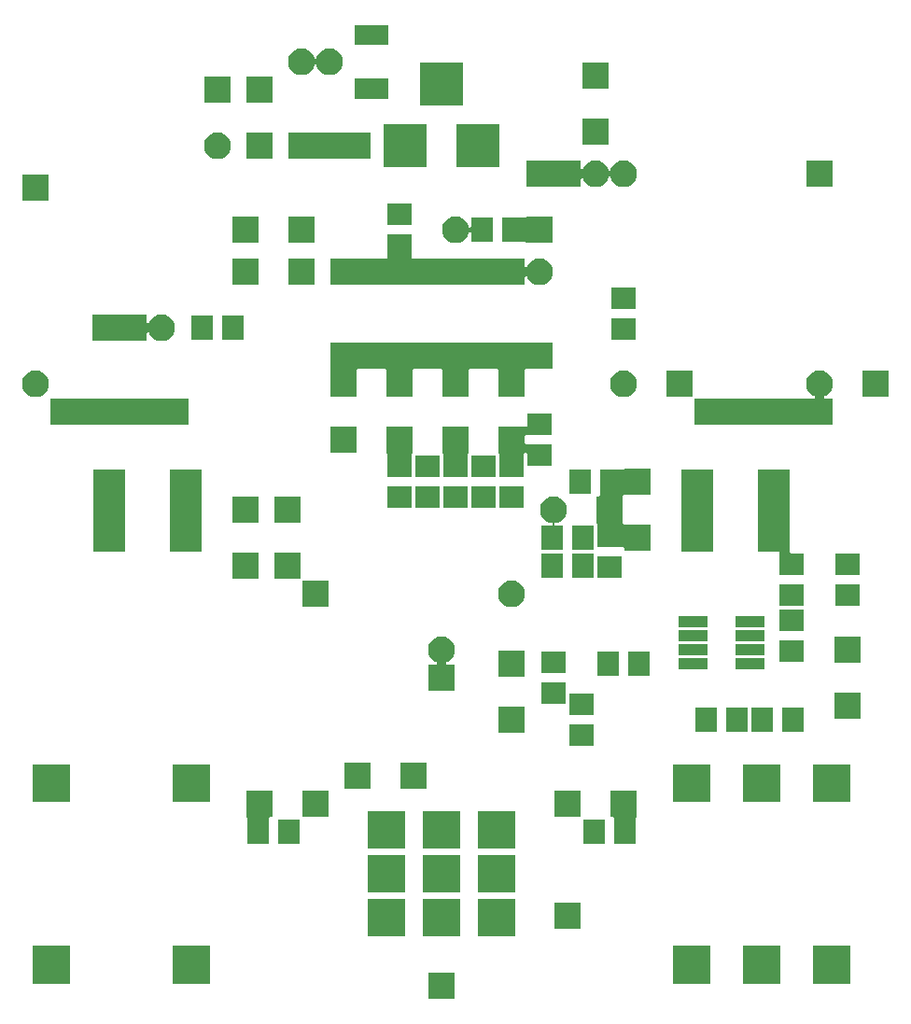
<source format=gbr>
G04 #@! TF.GenerationSoftware,KiCad,Pcbnew,5.1.6-c6e7f7d~87~ubuntu19.10.1*
G04 #@! TF.CreationDate,2021-07-29T05:59:27+06:00*
G04 #@! TF.ProjectId,little_angel_chorus_r1a,6c697474-6c65-45f6-916e-67656c5f6368,1A*
G04 #@! TF.SameCoordinates,Original*
G04 #@! TF.FileFunction,Soldermask,Bot*
G04 #@! TF.FilePolarity,Negative*
%FSLAX46Y46*%
G04 Gerber Fmt 4.6, Leading zero omitted, Abs format (unit mm)*
G04 Created by KiCad (PCBNEW 5.1.6-c6e7f7d~87~ubuntu19.10.1) date 2021-07-29 05:59:27*
%MOMM*%
%LPD*%
G01*
G04 APERTURE LIST*
%ADD10C,0.100000*%
G04 APERTURE END LIST*
D10*
G36*
X106610000Y-184080000D02*
G01*
X104210000Y-184080000D01*
X104210000Y-181680000D01*
X106610000Y-181680000D01*
X106610000Y-184080000D01*
G37*
G36*
X142480000Y-182670000D02*
G01*
X139080000Y-182670000D01*
X139080000Y-179270000D01*
X142480000Y-179270000D01*
X142480000Y-182670000D01*
G37*
G36*
X129780000Y-182670000D02*
G01*
X126380000Y-182670000D01*
X126380000Y-179270000D01*
X129780000Y-179270000D01*
X129780000Y-182670000D01*
G37*
G36*
X136130000Y-182670000D02*
G01*
X132730000Y-182670000D01*
X132730000Y-179270000D01*
X136130000Y-179270000D01*
X136130000Y-182670000D01*
G37*
G36*
X71740000Y-182670000D02*
G01*
X68340000Y-182670000D01*
X68340000Y-179270000D01*
X71740000Y-179270000D01*
X71740000Y-182670000D01*
G37*
G36*
X84440000Y-182670000D02*
G01*
X81040000Y-182670000D01*
X81040000Y-179270000D01*
X84440000Y-179270000D01*
X84440000Y-182670000D01*
G37*
G36*
X112110000Y-178420000D02*
G01*
X108710000Y-178420000D01*
X108710000Y-175020000D01*
X112110000Y-175020000D01*
X112110000Y-178420000D01*
G37*
G36*
X102110000Y-178420000D02*
G01*
X98710000Y-178420000D01*
X98710000Y-175020000D01*
X102110000Y-175020000D01*
X102110000Y-178420000D01*
G37*
G36*
X107110000Y-178420000D02*
G01*
X103710000Y-178420000D01*
X103710000Y-175020000D01*
X107110000Y-175020000D01*
X107110000Y-178420000D01*
G37*
G36*
X118040000Y-177730000D02*
G01*
X115640000Y-177730000D01*
X115640000Y-175330000D01*
X118040000Y-175330000D01*
X118040000Y-177730000D01*
G37*
G36*
X102110000Y-174420000D02*
G01*
X98710000Y-174420000D01*
X98710000Y-171020000D01*
X102110000Y-171020000D01*
X102110000Y-174420000D01*
G37*
G36*
X107110000Y-174420000D02*
G01*
X103710000Y-174420000D01*
X103710000Y-171020000D01*
X107110000Y-171020000D01*
X107110000Y-174420000D01*
G37*
G36*
X112110000Y-174420000D02*
G01*
X108710000Y-174420000D01*
X108710000Y-171020000D01*
X112110000Y-171020000D01*
X112110000Y-174420000D01*
G37*
G36*
X112110000Y-170420000D02*
G01*
X108710000Y-170420000D01*
X108710000Y-167020000D01*
X112110000Y-167020000D01*
X112110000Y-170420000D01*
G37*
G36*
X107110000Y-170420000D02*
G01*
X103710000Y-170420000D01*
X103710000Y-167020000D01*
X107110000Y-167020000D01*
X107110000Y-170420000D01*
G37*
G36*
X102110000Y-170420000D02*
G01*
X98710000Y-170420000D01*
X98710000Y-167020000D01*
X102110000Y-167020000D01*
X102110000Y-170420000D01*
G37*
G36*
X123120000Y-167583344D02*
G01*
X123105553Y-167591066D01*
X123086611Y-167606611D01*
X123071066Y-167625553D01*
X123059515Y-167647164D01*
X123052402Y-167670613D01*
X123050000Y-167694999D01*
X123050000Y-170010000D01*
X121050000Y-170010000D01*
X121050000Y-167694999D01*
X121047598Y-167670613D01*
X121040485Y-167647164D01*
X121028934Y-167625553D01*
X121013389Y-167606611D01*
X120994447Y-167591066D01*
X120972836Y-167579515D01*
X120949387Y-167572402D01*
X120925001Y-167570000D01*
X120720000Y-167570000D01*
X120720000Y-165170000D01*
X123120000Y-165170000D01*
X123120000Y-167583344D01*
G37*
G36*
X120250000Y-170010000D02*
G01*
X118250000Y-170010000D01*
X118250000Y-167810000D01*
X120250000Y-167810000D01*
X120250000Y-170010000D01*
G37*
G36*
X90100000Y-167570000D02*
G01*
X89894999Y-167570000D01*
X89870613Y-167572402D01*
X89847164Y-167579515D01*
X89825553Y-167591066D01*
X89806611Y-167606611D01*
X89791066Y-167625553D01*
X89779515Y-167647164D01*
X89772402Y-167670613D01*
X89770000Y-167694999D01*
X89770000Y-170010000D01*
X87770000Y-170010000D01*
X87770000Y-167694999D01*
X87767598Y-167670613D01*
X87760485Y-167647164D01*
X87748934Y-167625553D01*
X87733389Y-167606611D01*
X87714447Y-167591066D01*
X87700000Y-167583344D01*
X87700000Y-165170000D01*
X90100000Y-165170000D01*
X90100000Y-167570000D01*
G37*
G36*
X92570000Y-170010000D02*
G01*
X90570000Y-170010000D01*
X90570000Y-167810000D01*
X92570000Y-167810000D01*
X92570000Y-170010000D01*
G37*
G36*
X118040000Y-167570000D02*
G01*
X115640000Y-167570000D01*
X115640000Y-165170000D01*
X118040000Y-165170000D01*
X118040000Y-167570000D01*
G37*
G36*
X95180000Y-167570000D02*
G01*
X92780000Y-167570000D01*
X92780000Y-165170000D01*
X95180000Y-165170000D01*
X95180000Y-167570000D01*
G37*
G36*
X84440000Y-166170000D02*
G01*
X81040000Y-166170000D01*
X81040000Y-162770000D01*
X84440000Y-162770000D01*
X84440000Y-166170000D01*
G37*
G36*
X142480000Y-166170000D02*
G01*
X139080000Y-166170000D01*
X139080000Y-162770000D01*
X142480000Y-162770000D01*
X142480000Y-166170000D01*
G37*
G36*
X71740000Y-166170000D02*
G01*
X68340000Y-166170000D01*
X68340000Y-162770000D01*
X71740000Y-162770000D01*
X71740000Y-166170000D01*
G37*
G36*
X136130000Y-166170000D02*
G01*
X132730000Y-166170000D01*
X132730000Y-162770000D01*
X136130000Y-162770000D01*
X136130000Y-166170000D01*
G37*
G36*
X129780000Y-166170000D02*
G01*
X126380000Y-166170000D01*
X126380000Y-162770000D01*
X129780000Y-162770000D01*
X129780000Y-166170000D01*
G37*
G36*
X104070000Y-165030000D02*
G01*
X101670000Y-165030000D01*
X101670000Y-162630000D01*
X104070000Y-162630000D01*
X104070000Y-165030000D01*
G37*
G36*
X98990000Y-165030000D02*
G01*
X96590000Y-165030000D01*
X96590000Y-162630000D01*
X98990000Y-162630000D01*
X98990000Y-165030000D01*
G37*
G36*
X119210000Y-161150000D02*
G01*
X117010000Y-161150000D01*
X117010000Y-159150000D01*
X119210000Y-159150000D01*
X119210000Y-161150000D01*
G37*
G36*
X112960000Y-159950000D02*
G01*
X110560000Y-159950000D01*
X110560000Y-157550000D01*
X112960000Y-157550000D01*
X112960000Y-159950000D01*
G37*
G36*
X138290000Y-159850000D02*
G01*
X136290000Y-159850000D01*
X136290000Y-157650000D01*
X138290000Y-157650000D01*
X138290000Y-159850000D01*
G37*
G36*
X130410000Y-159850000D02*
G01*
X128410000Y-159850000D01*
X128410000Y-157650000D01*
X130410000Y-157650000D01*
X130410000Y-159850000D01*
G37*
G36*
X133210000Y-159850000D02*
G01*
X131210000Y-159850000D01*
X131210000Y-157650000D01*
X133210000Y-157650000D01*
X133210000Y-159850000D01*
G37*
G36*
X135490000Y-159850000D02*
G01*
X133490000Y-159850000D01*
X133490000Y-157650000D01*
X135490000Y-157650000D01*
X135490000Y-159850000D01*
G37*
G36*
X143440000Y-158680000D02*
G01*
X141040000Y-158680000D01*
X141040000Y-156280000D01*
X143440000Y-156280000D01*
X143440000Y-158680000D01*
G37*
G36*
X119210000Y-158350000D02*
G01*
X117010000Y-158350000D01*
X117010000Y-156350000D01*
X119210000Y-156350000D01*
X119210000Y-158350000D01*
G37*
G36*
X116670000Y-157340000D02*
G01*
X114470000Y-157340000D01*
X114470000Y-155340000D01*
X116670000Y-155340000D01*
X116670000Y-157340000D01*
G37*
G36*
X105760026Y-151246115D02*
G01*
X105978411Y-151336573D01*
X105978413Y-151336574D01*
X106174955Y-151467899D01*
X106342101Y-151635045D01*
X106473427Y-151831589D01*
X106563885Y-152049974D01*
X106610000Y-152281809D01*
X106610000Y-152518191D01*
X106563885Y-152750026D01*
X106473427Y-152968411D01*
X106342101Y-153164955D01*
X106174955Y-153332101D01*
X105978412Y-153463427D01*
X105891282Y-153499517D01*
X105869671Y-153511068D01*
X105850729Y-153526613D01*
X105835184Y-153545555D01*
X105823633Y-153567166D01*
X105816520Y-153590615D01*
X105814118Y-153615001D01*
X105816520Y-153639387D01*
X105823633Y-153662836D01*
X105835184Y-153684447D01*
X105850729Y-153703389D01*
X105869671Y-153718934D01*
X105891282Y-153730485D01*
X105914731Y-153737598D01*
X105939117Y-153740000D01*
X106610000Y-153740000D01*
X106610000Y-156140000D01*
X104210000Y-156140000D01*
X104210000Y-153740000D01*
X104880883Y-153740000D01*
X104905269Y-153737598D01*
X104928718Y-153730485D01*
X104950329Y-153718934D01*
X104969271Y-153703389D01*
X104984816Y-153684447D01*
X104996367Y-153662836D01*
X105003480Y-153639387D01*
X105005882Y-153615001D01*
X105003480Y-153590615D01*
X104996367Y-153567166D01*
X104984816Y-153545555D01*
X104969271Y-153526613D01*
X104950329Y-153511068D01*
X104928718Y-153499517D01*
X104841588Y-153463427D01*
X104645045Y-153332101D01*
X104477899Y-153164955D01*
X104346573Y-152968411D01*
X104256115Y-152750026D01*
X104210000Y-152518191D01*
X104210000Y-152281809D01*
X104256115Y-152049974D01*
X104346573Y-151831589D01*
X104477899Y-151635045D01*
X104645045Y-151467899D01*
X104841587Y-151336574D01*
X104841589Y-151336573D01*
X105059974Y-151246115D01*
X105291809Y-151200000D01*
X105528191Y-151200000D01*
X105760026Y-151246115D01*
G37*
G36*
X112960000Y-154870000D02*
G01*
X110560000Y-154870000D01*
X110560000Y-152470000D01*
X112960000Y-152470000D01*
X112960000Y-154870000D01*
G37*
G36*
X124320000Y-154770000D02*
G01*
X122320000Y-154770000D01*
X122320000Y-152570000D01*
X124320000Y-152570000D01*
X124320000Y-154770000D01*
G37*
G36*
X121520000Y-154770000D02*
G01*
X119520000Y-154770000D01*
X119520000Y-152570000D01*
X121520000Y-152570000D01*
X121520000Y-154770000D01*
G37*
G36*
X116670000Y-154540000D02*
G01*
X114470000Y-154540000D01*
X114470000Y-152540000D01*
X116670000Y-152540000D01*
X116670000Y-154540000D01*
G37*
G36*
X129510000Y-154170000D02*
G01*
X126910000Y-154170000D01*
X126910000Y-153170000D01*
X129510000Y-153170000D01*
X129510000Y-154170000D01*
G37*
G36*
X134710000Y-154170000D02*
G01*
X132110000Y-154170000D01*
X132110000Y-153170000D01*
X134710000Y-153170000D01*
X134710000Y-154170000D01*
G37*
G36*
X143440000Y-153600000D02*
G01*
X141040000Y-153600000D01*
X141040000Y-151200000D01*
X143440000Y-151200000D01*
X143440000Y-153600000D01*
G37*
G36*
X138260000Y-153530000D02*
G01*
X136060000Y-153530000D01*
X136060000Y-151530000D01*
X138260000Y-151530000D01*
X138260000Y-153530000D01*
G37*
G36*
X134710000Y-152900000D02*
G01*
X132110000Y-152900000D01*
X132110000Y-151900000D01*
X134710000Y-151900000D01*
X134710000Y-152900000D01*
G37*
G36*
X129510000Y-152900000D02*
G01*
X126910000Y-152900000D01*
X126910000Y-151900000D01*
X129510000Y-151900000D01*
X129510000Y-152900000D01*
G37*
G36*
X134710000Y-151630000D02*
G01*
X132110000Y-151630000D01*
X132110000Y-150630000D01*
X134710000Y-150630000D01*
X134710000Y-151630000D01*
G37*
G36*
X129510000Y-151630000D02*
G01*
X126910000Y-151630000D01*
X126910000Y-150630000D01*
X129510000Y-150630000D01*
X129510000Y-151630000D01*
G37*
G36*
X138260000Y-150730000D02*
G01*
X136060000Y-150730000D01*
X136060000Y-148730000D01*
X138260000Y-148730000D01*
X138260000Y-150730000D01*
G37*
G36*
X129510000Y-150360000D02*
G01*
X126910000Y-150360000D01*
X126910000Y-149360000D01*
X129510000Y-149360000D01*
X129510000Y-150360000D01*
G37*
G36*
X134710000Y-150360000D02*
G01*
X132110000Y-150360000D01*
X132110000Y-149360000D01*
X134710000Y-149360000D01*
X134710000Y-150360000D01*
G37*
G36*
X95180000Y-148520000D02*
G01*
X92780000Y-148520000D01*
X92780000Y-146120000D01*
X95180000Y-146120000D01*
X95180000Y-148520000D01*
G37*
G36*
X112110026Y-146166115D02*
G01*
X112328411Y-146256573D01*
X112328413Y-146256574D01*
X112524955Y-146387899D01*
X112692101Y-146555045D01*
X112823427Y-146751589D01*
X112913885Y-146969974D01*
X112960000Y-147201809D01*
X112960000Y-147438191D01*
X112913885Y-147670026D01*
X112823427Y-147888411D01*
X112823426Y-147888413D01*
X112692101Y-148084955D01*
X112524955Y-148252101D01*
X112328413Y-148383426D01*
X112328412Y-148383427D01*
X112328411Y-148383427D01*
X112110026Y-148473885D01*
X111878191Y-148520000D01*
X111641809Y-148520000D01*
X111409974Y-148473885D01*
X111191589Y-148383427D01*
X111191588Y-148383427D01*
X111191587Y-148383426D01*
X110995045Y-148252101D01*
X110827899Y-148084955D01*
X110696574Y-147888413D01*
X110696573Y-147888411D01*
X110606115Y-147670026D01*
X110560000Y-147438191D01*
X110560000Y-147201809D01*
X110606115Y-146969974D01*
X110696573Y-146751589D01*
X110827899Y-146555045D01*
X110995045Y-146387899D01*
X111191587Y-146256574D01*
X111191589Y-146256573D01*
X111409974Y-146166115D01*
X111641809Y-146120000D01*
X111878191Y-146120000D01*
X112110026Y-146166115D01*
G37*
G36*
X143340000Y-148450000D02*
G01*
X141140000Y-148450000D01*
X141140000Y-146450000D01*
X143340000Y-146450000D01*
X143340000Y-148450000D01*
G37*
G36*
X138260000Y-148450000D02*
G01*
X136060000Y-148450000D01*
X136060000Y-146450000D01*
X138260000Y-146450000D01*
X138260000Y-148450000D01*
G37*
G36*
X88830000Y-145980000D02*
G01*
X86430000Y-145980000D01*
X86430000Y-143580000D01*
X88830000Y-143580000D01*
X88830000Y-145980000D01*
G37*
G36*
X92640000Y-145980000D02*
G01*
X90240000Y-145980000D01*
X90240000Y-143580000D01*
X92640000Y-143580000D01*
X92640000Y-145980000D01*
G37*
G36*
X121750000Y-145910000D02*
G01*
X119550000Y-145910000D01*
X119550000Y-143910000D01*
X121750000Y-143910000D01*
X121750000Y-145910000D01*
G37*
G36*
X119240000Y-145880000D02*
G01*
X117240000Y-145880000D01*
X117240000Y-143680000D01*
X119240000Y-143680000D01*
X119240000Y-145880000D01*
G37*
G36*
X116440000Y-145880000D02*
G01*
X114440000Y-145880000D01*
X114440000Y-143680000D01*
X116440000Y-143680000D01*
X116440000Y-145880000D01*
G37*
G36*
X143340000Y-145650000D02*
G01*
X141140000Y-145650000D01*
X141140000Y-143650000D01*
X143340000Y-143650000D01*
X143340000Y-145650000D01*
G37*
G36*
X137030000Y-143525001D02*
G01*
X137032402Y-143549387D01*
X137039515Y-143572836D01*
X137051066Y-143594447D01*
X137066611Y-143613389D01*
X137085553Y-143628934D01*
X137107164Y-143640485D01*
X137130613Y-143647598D01*
X137154999Y-143650000D01*
X138260000Y-143650000D01*
X138260000Y-145650000D01*
X136060000Y-145650000D01*
X136060000Y-143614999D01*
X136057598Y-143590613D01*
X136050485Y-143567164D01*
X136038934Y-143545553D01*
X136023389Y-143526611D01*
X136004447Y-143511066D01*
X135982836Y-143499515D01*
X135959387Y-143492402D01*
X135935001Y-143490000D01*
X134130000Y-143490000D01*
X134130000Y-136090000D01*
X137030000Y-136090000D01*
X137030000Y-143525001D01*
G37*
G36*
X130030000Y-143490000D02*
G01*
X127130000Y-143490000D01*
X127130000Y-136090000D01*
X130030000Y-136090000D01*
X130030000Y-143490000D01*
G37*
G36*
X83690000Y-143490000D02*
G01*
X80790000Y-143490000D01*
X80790000Y-136090000D01*
X83690000Y-136090000D01*
X83690000Y-143490000D01*
G37*
G36*
X76690000Y-143490000D02*
G01*
X73790000Y-143490000D01*
X73790000Y-136090000D01*
X76690000Y-136090000D01*
X76690000Y-143490000D01*
G37*
G36*
X124390000Y-138360000D02*
G01*
X121974999Y-138360000D01*
X121950613Y-138362402D01*
X121927164Y-138369515D01*
X121905553Y-138381066D01*
X121886611Y-138396611D01*
X121871066Y-138415553D01*
X121859515Y-138437164D01*
X121852402Y-138460613D01*
X121850000Y-138484999D01*
X121850000Y-140915001D01*
X121852402Y-140939387D01*
X121859515Y-140962836D01*
X121871066Y-140984447D01*
X121886611Y-141003389D01*
X121905553Y-141018934D01*
X121927164Y-141030485D01*
X121950613Y-141037598D01*
X121974999Y-141040000D01*
X124390000Y-141040000D01*
X124390000Y-143440000D01*
X121990000Y-143440000D01*
X121990000Y-143234999D01*
X121987598Y-143210613D01*
X121980485Y-143187164D01*
X121968934Y-143165553D01*
X121953389Y-143146611D01*
X121934447Y-143131066D01*
X121912836Y-143119515D01*
X121889387Y-143112402D01*
X121865001Y-143110000D01*
X119550000Y-143110000D01*
X119550000Y-141024999D01*
X119547598Y-141000613D01*
X119540485Y-140977164D01*
X119528934Y-140955553D01*
X119513389Y-140936611D01*
X119494447Y-140921066D01*
X119472836Y-140909515D01*
X119450000Y-140902588D01*
X119450000Y-138500000D01*
X119655001Y-138500000D01*
X119679387Y-138497598D01*
X119702836Y-138490485D01*
X119724447Y-138478934D01*
X119743389Y-138463389D01*
X119758934Y-138444447D01*
X119770485Y-138422836D01*
X119777598Y-138399387D01*
X119780000Y-138375001D01*
X119780000Y-136060000D01*
X121865001Y-136060000D01*
X121889387Y-136057598D01*
X121912836Y-136050485D01*
X121934447Y-136038934D01*
X121953389Y-136023389D01*
X121968934Y-136004447D01*
X121980485Y-135982836D01*
X121987412Y-135960000D01*
X124390000Y-135960000D01*
X124390000Y-138360000D01*
G37*
G36*
X119240000Y-143340000D02*
G01*
X117240000Y-143340000D01*
X117240000Y-141140000D01*
X119240000Y-141140000D01*
X119240000Y-143340000D01*
G37*
G36*
X115920026Y-138546115D02*
G01*
X116138411Y-138636573D01*
X116138413Y-138636574D01*
X116334955Y-138767899D01*
X116502101Y-138935045D01*
X116633427Y-139131589D01*
X116723885Y-139349974D01*
X116770000Y-139581809D01*
X116770000Y-139818191D01*
X116723885Y-140050026D01*
X116633427Y-140268411D01*
X116633426Y-140268413D01*
X116502101Y-140464955D01*
X116334955Y-140632101D01*
X116138413Y-140763426D01*
X116138412Y-140763427D01*
X116138411Y-140763427D01*
X115920026Y-140853885D01*
X115726378Y-140892404D01*
X115702929Y-140899517D01*
X115681318Y-140911068D01*
X115662376Y-140926613D01*
X115646831Y-140945555D01*
X115635280Y-140967166D01*
X115628167Y-140990615D01*
X115625765Y-141015001D01*
X115628167Y-141039387D01*
X115635280Y-141062836D01*
X115646831Y-141084447D01*
X115662376Y-141103389D01*
X115681318Y-141118934D01*
X115702929Y-141130485D01*
X115726378Y-141137598D01*
X115750764Y-141140000D01*
X116440000Y-141140000D01*
X116440000Y-143340000D01*
X114440000Y-143340000D01*
X114440000Y-141140000D01*
X115389236Y-141140000D01*
X115413622Y-141137598D01*
X115437071Y-141130485D01*
X115458682Y-141118934D01*
X115477624Y-141103389D01*
X115493169Y-141084447D01*
X115504720Y-141062836D01*
X115511833Y-141039387D01*
X115514235Y-141015001D01*
X115511833Y-140990615D01*
X115504720Y-140967166D01*
X115493169Y-140945555D01*
X115477624Y-140926613D01*
X115458682Y-140911068D01*
X115437071Y-140899517D01*
X115413622Y-140892404D01*
X115219974Y-140853885D01*
X115001589Y-140763427D01*
X115001588Y-140763427D01*
X115001587Y-140763426D01*
X114805045Y-140632101D01*
X114637899Y-140464955D01*
X114506574Y-140268413D01*
X114506573Y-140268411D01*
X114416115Y-140050026D01*
X114370000Y-139818191D01*
X114370000Y-139581809D01*
X114416115Y-139349974D01*
X114506573Y-139131589D01*
X114637899Y-138935045D01*
X114805045Y-138767899D01*
X115001587Y-138636574D01*
X115001589Y-138636573D01*
X115219974Y-138546115D01*
X115451809Y-138500000D01*
X115688191Y-138500000D01*
X115920026Y-138546115D01*
G37*
G36*
X88830000Y-140900000D02*
G01*
X86430000Y-140900000D01*
X86430000Y-138500000D01*
X88830000Y-138500000D01*
X88830000Y-140900000D01*
G37*
G36*
X92640000Y-140900000D02*
G01*
X90240000Y-140900000D01*
X90240000Y-138500000D01*
X92640000Y-138500000D01*
X92640000Y-140900000D01*
G37*
G36*
X107780000Y-139560000D02*
G01*
X105580000Y-139560000D01*
X105580000Y-137560000D01*
X107780000Y-137560000D01*
X107780000Y-139560000D01*
G37*
G36*
X102700000Y-139560000D02*
G01*
X100500000Y-139560000D01*
X100500000Y-137560000D01*
X102700000Y-137560000D01*
X102700000Y-139560000D01*
G37*
G36*
X105240000Y-139560000D02*
G01*
X103040000Y-139560000D01*
X103040000Y-137560000D01*
X105240000Y-137560000D01*
X105240000Y-139560000D01*
G37*
G36*
X110320000Y-139560000D02*
G01*
X108120000Y-139560000D01*
X108120000Y-137560000D01*
X110320000Y-137560000D01*
X110320000Y-139560000D01*
G37*
G36*
X112860000Y-139560000D02*
G01*
X110660000Y-139560000D01*
X110660000Y-137560000D01*
X112860000Y-137560000D01*
X112860000Y-139560000D01*
G37*
G36*
X118980000Y-138260000D02*
G01*
X116980000Y-138260000D01*
X116980000Y-136060000D01*
X118980000Y-136060000D01*
X118980000Y-138260000D01*
G37*
G36*
X115400000Y-132950000D02*
G01*
X113084999Y-132950000D01*
X113060613Y-132952402D01*
X113037164Y-132959515D01*
X113015553Y-132971066D01*
X112996611Y-132986611D01*
X112981066Y-133005553D01*
X112969515Y-133027164D01*
X112962402Y-133050613D01*
X112960000Y-133074999D01*
X112960000Y-133625001D01*
X112962402Y-133649387D01*
X112969515Y-133672836D01*
X112981066Y-133694447D01*
X112996611Y-133713389D01*
X113015553Y-133728934D01*
X113037164Y-133740485D01*
X113060613Y-133747598D01*
X113084999Y-133750000D01*
X115400000Y-133750000D01*
X115400000Y-135750000D01*
X113200000Y-135750000D01*
X113200000Y-134674999D01*
X113197598Y-134650613D01*
X113190485Y-134627164D01*
X113178934Y-134605553D01*
X113163389Y-134586611D01*
X113144447Y-134571066D01*
X113122836Y-134559515D01*
X113099387Y-134552402D01*
X113075001Y-134550000D01*
X112984999Y-134550000D01*
X112960613Y-134552402D01*
X112937164Y-134559515D01*
X112915553Y-134571066D01*
X112896611Y-134586611D01*
X112881066Y-134605553D01*
X112869515Y-134627164D01*
X112862402Y-134650613D01*
X112860000Y-134674999D01*
X112860000Y-136760000D01*
X110660000Y-136760000D01*
X110660000Y-134674999D01*
X110657598Y-134650613D01*
X110650485Y-134627164D01*
X110638934Y-134605553D01*
X110623389Y-134586611D01*
X110604447Y-134571066D01*
X110582836Y-134559515D01*
X110560000Y-134552588D01*
X110560000Y-132150000D01*
X113075001Y-132150000D01*
X113099387Y-132147598D01*
X113122836Y-132140485D01*
X113144447Y-132128934D01*
X113163389Y-132113389D01*
X113178934Y-132094447D01*
X113190485Y-132072836D01*
X113197598Y-132049387D01*
X113200000Y-132025001D01*
X113200000Y-130950000D01*
X115400000Y-130950000D01*
X115400000Y-132950000D01*
G37*
G36*
X110320000Y-136760000D02*
G01*
X108120000Y-136760000D01*
X108120000Y-134760000D01*
X110320000Y-134760000D01*
X110320000Y-136760000D01*
G37*
G36*
X105240000Y-136760000D02*
G01*
X103040000Y-136760000D01*
X103040000Y-134760000D01*
X105240000Y-134760000D01*
X105240000Y-136760000D01*
G37*
G36*
X102800000Y-134552588D02*
G01*
X102777164Y-134559515D01*
X102755553Y-134571066D01*
X102736611Y-134586611D01*
X102721066Y-134605553D01*
X102709515Y-134627164D01*
X102702402Y-134650613D01*
X102700000Y-134674999D01*
X102700000Y-136760000D01*
X100500000Y-136760000D01*
X100500000Y-134674999D01*
X100497598Y-134650613D01*
X100490485Y-134627164D01*
X100478934Y-134605553D01*
X100463389Y-134586611D01*
X100444447Y-134571066D01*
X100422836Y-134559515D01*
X100400000Y-134552588D01*
X100400000Y-132150000D01*
X102800000Y-132150000D01*
X102800000Y-134552588D01*
G37*
G36*
X107880000Y-134552588D02*
G01*
X107857164Y-134559515D01*
X107835553Y-134571066D01*
X107816611Y-134586611D01*
X107801066Y-134605553D01*
X107789515Y-134627164D01*
X107782402Y-134650613D01*
X107780000Y-134674999D01*
X107780000Y-136760000D01*
X105580000Y-136760000D01*
X105580000Y-134674999D01*
X105577598Y-134650613D01*
X105570485Y-134627164D01*
X105558934Y-134605553D01*
X105543389Y-134586611D01*
X105524447Y-134571066D01*
X105502836Y-134559515D01*
X105480000Y-134552588D01*
X105480000Y-132150000D01*
X107880000Y-132150000D01*
X107880000Y-134552588D01*
G37*
G36*
X97720000Y-134550000D02*
G01*
X95320000Y-134550000D01*
X95320000Y-132150000D01*
X97720000Y-132150000D01*
X97720000Y-134550000D01*
G37*
G36*
X82480000Y-132010000D02*
G01*
X69920000Y-132010000D01*
X69920000Y-129610000D01*
X82480000Y-129610000D01*
X82480000Y-132010000D01*
G37*
G36*
X140050026Y-127116115D02*
G01*
X140268411Y-127206573D01*
X140268413Y-127206574D01*
X140464955Y-127337899D01*
X140632101Y-127505045D01*
X140763427Y-127701589D01*
X140853885Y-127919974D01*
X140900000Y-128151809D01*
X140900000Y-128388191D01*
X140853885Y-128620026D01*
X140763427Y-128838411D01*
X140632101Y-129034955D01*
X140464955Y-129202101D01*
X140268412Y-129333427D01*
X140181282Y-129369517D01*
X140159671Y-129381068D01*
X140140729Y-129396613D01*
X140125184Y-129415555D01*
X140113633Y-129437166D01*
X140106520Y-129460615D01*
X140104118Y-129485001D01*
X140106520Y-129509387D01*
X140113633Y-129532836D01*
X140125184Y-129554447D01*
X140140729Y-129573389D01*
X140159671Y-129588934D01*
X140181282Y-129600485D01*
X140204731Y-129607598D01*
X140229117Y-129610000D01*
X140900000Y-129610000D01*
X140900000Y-132010000D01*
X128340000Y-132010000D01*
X128340000Y-129610000D01*
X139170883Y-129610000D01*
X139195269Y-129607598D01*
X139218718Y-129600485D01*
X139240329Y-129588934D01*
X139259271Y-129573389D01*
X139274816Y-129554447D01*
X139286367Y-129532836D01*
X139293480Y-129509387D01*
X139295882Y-129485001D01*
X139293480Y-129460615D01*
X139286367Y-129437166D01*
X139274816Y-129415555D01*
X139259271Y-129396613D01*
X139240329Y-129381068D01*
X139218718Y-129369517D01*
X139131588Y-129333427D01*
X138935045Y-129202101D01*
X138767899Y-129034955D01*
X138636573Y-128838411D01*
X138546115Y-128620026D01*
X138500000Y-128388191D01*
X138500000Y-128151809D01*
X138546115Y-127919974D01*
X138636573Y-127701589D01*
X138767899Y-127505045D01*
X138935045Y-127337899D01*
X139131587Y-127206574D01*
X139131589Y-127206573D01*
X139349974Y-127116115D01*
X139581809Y-127070000D01*
X139818191Y-127070000D01*
X140050026Y-127116115D01*
G37*
G36*
X115500000Y-126930000D02*
G01*
X113084999Y-126930000D01*
X113060613Y-126932402D01*
X113037164Y-126939515D01*
X113015553Y-126951066D01*
X112996611Y-126966611D01*
X112981066Y-126985553D01*
X112969515Y-127007164D01*
X112962402Y-127030613D01*
X112960000Y-127054999D01*
X112960000Y-129470000D01*
X110560000Y-129470000D01*
X110560000Y-127054999D01*
X110557598Y-127030613D01*
X110550485Y-127007164D01*
X110538934Y-126985553D01*
X110523389Y-126966611D01*
X110504447Y-126951066D01*
X110482836Y-126939515D01*
X110459387Y-126932402D01*
X110435001Y-126930000D01*
X108004999Y-126930000D01*
X107980613Y-126932402D01*
X107957164Y-126939515D01*
X107935553Y-126951066D01*
X107916611Y-126966611D01*
X107901066Y-126985553D01*
X107889515Y-127007164D01*
X107882402Y-127030613D01*
X107880000Y-127054999D01*
X107880000Y-129470000D01*
X105480000Y-129470000D01*
X105480000Y-127054999D01*
X105477598Y-127030613D01*
X105470485Y-127007164D01*
X105458934Y-126985553D01*
X105443389Y-126966611D01*
X105424447Y-126951066D01*
X105402836Y-126939515D01*
X105379387Y-126932402D01*
X105355001Y-126930000D01*
X102924999Y-126930000D01*
X102900613Y-126932402D01*
X102877164Y-126939515D01*
X102855553Y-126951066D01*
X102836611Y-126966611D01*
X102821066Y-126985553D01*
X102809515Y-127007164D01*
X102802402Y-127030613D01*
X102800000Y-127054999D01*
X102800000Y-129470000D01*
X100400000Y-129470000D01*
X100400000Y-127054999D01*
X100397598Y-127030613D01*
X100390485Y-127007164D01*
X100378934Y-126985553D01*
X100363389Y-126966611D01*
X100344447Y-126951066D01*
X100322836Y-126939515D01*
X100299387Y-126932402D01*
X100275001Y-126930000D01*
X97844999Y-126930000D01*
X97820613Y-126932402D01*
X97797164Y-126939515D01*
X97775553Y-126951066D01*
X97756611Y-126966611D01*
X97741066Y-126985553D01*
X97729515Y-127007164D01*
X97722402Y-127030613D01*
X97720000Y-127054999D01*
X97720000Y-129470000D01*
X95320000Y-129470000D01*
X95320000Y-124530000D01*
X115500000Y-124530000D01*
X115500000Y-126930000D01*
G37*
G36*
X68930026Y-127116115D02*
G01*
X69148411Y-127206573D01*
X69148413Y-127206574D01*
X69344955Y-127337899D01*
X69512101Y-127505045D01*
X69643427Y-127701589D01*
X69733885Y-127919974D01*
X69780000Y-128151809D01*
X69780000Y-128388191D01*
X69733885Y-128620026D01*
X69643427Y-128838411D01*
X69643426Y-128838413D01*
X69512101Y-129034955D01*
X69344955Y-129202101D01*
X69148413Y-129333426D01*
X69148412Y-129333427D01*
X69148411Y-129333427D01*
X68930026Y-129423885D01*
X68698191Y-129470000D01*
X68461809Y-129470000D01*
X68229974Y-129423885D01*
X68011589Y-129333427D01*
X68011588Y-129333427D01*
X68011587Y-129333426D01*
X67815045Y-129202101D01*
X67647899Y-129034955D01*
X67516574Y-128838413D01*
X67516573Y-128838411D01*
X67426115Y-128620026D01*
X67380000Y-128388191D01*
X67380000Y-128151809D01*
X67426115Y-127919974D01*
X67516573Y-127701589D01*
X67647899Y-127505045D01*
X67815045Y-127337899D01*
X68011587Y-127206574D01*
X68011589Y-127206573D01*
X68229974Y-127116115D01*
X68461809Y-127070000D01*
X68698191Y-127070000D01*
X68930026Y-127116115D01*
G37*
G36*
X122270026Y-127116115D02*
G01*
X122488411Y-127206573D01*
X122488413Y-127206574D01*
X122684955Y-127337899D01*
X122852101Y-127505045D01*
X122983427Y-127701589D01*
X123073885Y-127919974D01*
X123120000Y-128151809D01*
X123120000Y-128388191D01*
X123073885Y-128620026D01*
X122983427Y-128838411D01*
X122983426Y-128838413D01*
X122852101Y-129034955D01*
X122684955Y-129202101D01*
X122488413Y-129333426D01*
X122488412Y-129333427D01*
X122488411Y-129333427D01*
X122270026Y-129423885D01*
X122038191Y-129470000D01*
X121801809Y-129470000D01*
X121569974Y-129423885D01*
X121351589Y-129333427D01*
X121351588Y-129333427D01*
X121351587Y-129333426D01*
X121155045Y-129202101D01*
X120987899Y-129034955D01*
X120856574Y-128838413D01*
X120856573Y-128838411D01*
X120766115Y-128620026D01*
X120720000Y-128388191D01*
X120720000Y-128151809D01*
X120766115Y-127919974D01*
X120856573Y-127701589D01*
X120987899Y-127505045D01*
X121155045Y-127337899D01*
X121351587Y-127206574D01*
X121351589Y-127206573D01*
X121569974Y-127116115D01*
X121801809Y-127070000D01*
X122038191Y-127070000D01*
X122270026Y-127116115D01*
G37*
G36*
X145980000Y-129470000D02*
G01*
X143580000Y-129470000D01*
X143580000Y-127070000D01*
X145980000Y-127070000D01*
X145980000Y-129470000D01*
G37*
G36*
X128200000Y-129470000D02*
G01*
X125800000Y-129470000D01*
X125800000Y-127070000D01*
X128200000Y-127070000D01*
X128200000Y-129470000D01*
G37*
G36*
X78670000Y-122660883D02*
G01*
X78672402Y-122685269D01*
X78679515Y-122708718D01*
X78691066Y-122730329D01*
X78706611Y-122749271D01*
X78725553Y-122764816D01*
X78747164Y-122776367D01*
X78770613Y-122783480D01*
X78794999Y-122785882D01*
X78819385Y-122783480D01*
X78842834Y-122776367D01*
X78864445Y-122764816D01*
X78883387Y-122749271D01*
X78898932Y-122730329D01*
X78910483Y-122708718D01*
X78946573Y-122621588D01*
X79077899Y-122425045D01*
X79245045Y-122257899D01*
X79441587Y-122126574D01*
X79441589Y-122126573D01*
X79659974Y-122036115D01*
X79891809Y-121990000D01*
X80128191Y-121990000D01*
X80360026Y-122036115D01*
X80578411Y-122126573D01*
X80578413Y-122126574D01*
X80774955Y-122257899D01*
X80942101Y-122425045D01*
X81073427Y-122621589D01*
X81163885Y-122839974D01*
X81210000Y-123071809D01*
X81210000Y-123308191D01*
X81163885Y-123540026D01*
X81109517Y-123671282D01*
X81073426Y-123758413D01*
X80942101Y-123954955D01*
X80774955Y-124122101D01*
X80578413Y-124253426D01*
X80578412Y-124253427D01*
X80578411Y-124253427D01*
X80360026Y-124343885D01*
X80128191Y-124390000D01*
X79891809Y-124390000D01*
X79659974Y-124343885D01*
X79441589Y-124253427D01*
X79441588Y-124253427D01*
X79441587Y-124253426D01*
X79245045Y-124122101D01*
X79077899Y-123954955D01*
X78946574Y-123758413D01*
X78946573Y-123758412D01*
X78910483Y-123671282D01*
X78898932Y-123649671D01*
X78883387Y-123630729D01*
X78864445Y-123615184D01*
X78842834Y-123603633D01*
X78819385Y-123596520D01*
X78794999Y-123594118D01*
X78770613Y-123596520D01*
X78747164Y-123603633D01*
X78725553Y-123615184D01*
X78706611Y-123630729D01*
X78691066Y-123649671D01*
X78679515Y-123671282D01*
X78672402Y-123694731D01*
X78670000Y-123719117D01*
X78670000Y-124390000D01*
X73730000Y-124390000D01*
X73730000Y-121990000D01*
X78670000Y-121990000D01*
X78670000Y-122660883D01*
G37*
G36*
X123020000Y-124320000D02*
G01*
X120820000Y-124320000D01*
X120820000Y-122320000D01*
X123020000Y-122320000D01*
X123020000Y-124320000D01*
G37*
G36*
X84690000Y-124290000D02*
G01*
X82690000Y-124290000D01*
X82690000Y-122090000D01*
X84690000Y-122090000D01*
X84690000Y-124290000D01*
G37*
G36*
X87490000Y-124290000D02*
G01*
X85490000Y-124290000D01*
X85490000Y-122090000D01*
X87490000Y-122090000D01*
X87490000Y-124290000D01*
G37*
G36*
X123020000Y-121520000D02*
G01*
X120820000Y-121520000D01*
X120820000Y-119520000D01*
X123020000Y-119520000D01*
X123020000Y-121520000D01*
G37*
G36*
X102700000Y-116785001D02*
G01*
X102702402Y-116809387D01*
X102709515Y-116832836D01*
X102721066Y-116854447D01*
X102736611Y-116873389D01*
X102755553Y-116888934D01*
X102777164Y-116900485D01*
X102800613Y-116907598D01*
X102824999Y-116910000D01*
X112960000Y-116910000D01*
X112960000Y-117580883D01*
X112962402Y-117605269D01*
X112969515Y-117628718D01*
X112981066Y-117650329D01*
X112996611Y-117669271D01*
X113015553Y-117684816D01*
X113037164Y-117696367D01*
X113060613Y-117703480D01*
X113084999Y-117705882D01*
X113109385Y-117703480D01*
X113132834Y-117696367D01*
X113154445Y-117684816D01*
X113173387Y-117669271D01*
X113188932Y-117650329D01*
X113200483Y-117628718D01*
X113236573Y-117541588D01*
X113367899Y-117345045D01*
X113535045Y-117177899D01*
X113731587Y-117046574D01*
X113731589Y-117046573D01*
X113949974Y-116956115D01*
X114181809Y-116910000D01*
X114418191Y-116910000D01*
X114650026Y-116956115D01*
X114868411Y-117046573D01*
X114868413Y-117046574D01*
X115064955Y-117177899D01*
X115232101Y-117345045D01*
X115363427Y-117541589D01*
X115453885Y-117759974D01*
X115500000Y-117991809D01*
X115500000Y-118228191D01*
X115453885Y-118460026D01*
X115399517Y-118591282D01*
X115363426Y-118678413D01*
X115232101Y-118874955D01*
X115064955Y-119042101D01*
X114868413Y-119173426D01*
X114868412Y-119173427D01*
X114868411Y-119173427D01*
X114650026Y-119263885D01*
X114418191Y-119310000D01*
X114181809Y-119310000D01*
X113949974Y-119263885D01*
X113731589Y-119173427D01*
X113731588Y-119173427D01*
X113731587Y-119173426D01*
X113535045Y-119042101D01*
X113367899Y-118874955D01*
X113236574Y-118678413D01*
X113236573Y-118678412D01*
X113200483Y-118591282D01*
X113188932Y-118569671D01*
X113173387Y-118550729D01*
X113154445Y-118535184D01*
X113132834Y-118523633D01*
X113109385Y-118516520D01*
X113084999Y-118514118D01*
X113060613Y-118516520D01*
X113037164Y-118523633D01*
X113015553Y-118535184D01*
X112996611Y-118550729D01*
X112981066Y-118569671D01*
X112969515Y-118591282D01*
X112962402Y-118614731D01*
X112960000Y-118639117D01*
X112960000Y-119310000D01*
X95320000Y-119310000D01*
X95320000Y-116910000D01*
X100375001Y-116910000D01*
X100399387Y-116907598D01*
X100422836Y-116900485D01*
X100444447Y-116888934D01*
X100463389Y-116873389D01*
X100478934Y-116854447D01*
X100490485Y-116832836D01*
X100497598Y-116809387D01*
X100500000Y-116785001D01*
X100500000Y-114700000D01*
X102700000Y-114700000D01*
X102700000Y-116785001D01*
G37*
G36*
X93910000Y-119310000D02*
G01*
X91510000Y-119310000D01*
X91510000Y-116910000D01*
X93910000Y-116910000D01*
X93910000Y-119310000D01*
G37*
G36*
X88830000Y-119310000D02*
G01*
X86430000Y-119310000D01*
X86430000Y-116910000D01*
X88830000Y-116910000D01*
X88830000Y-119310000D01*
G37*
G36*
X107030026Y-113146115D02*
G01*
X107248411Y-113236573D01*
X107248413Y-113236574D01*
X107444955Y-113367899D01*
X107612101Y-113535045D01*
X107743427Y-113731589D01*
X107833885Y-113949974D01*
X107842404Y-113992802D01*
X107849517Y-114016251D01*
X107861068Y-114037862D01*
X107876613Y-114056804D01*
X107895555Y-114072349D01*
X107917166Y-114083900D01*
X107940615Y-114091013D01*
X107965001Y-114093415D01*
X107989387Y-114091013D01*
X108012836Y-114083900D01*
X108034447Y-114072349D01*
X108053389Y-114056804D01*
X108068934Y-114037862D01*
X108080485Y-114016251D01*
X108087598Y-113992802D01*
X108090000Y-113968416D01*
X108090000Y-113200000D01*
X110090000Y-113200000D01*
X110090000Y-115400000D01*
X108090000Y-115400000D01*
X108090000Y-114631584D01*
X108087598Y-114607198D01*
X108080485Y-114583749D01*
X108068934Y-114562138D01*
X108053389Y-114543196D01*
X108034447Y-114527651D01*
X108012836Y-114516100D01*
X107989387Y-114508987D01*
X107965001Y-114506585D01*
X107940615Y-114508987D01*
X107917166Y-114516100D01*
X107895555Y-114527651D01*
X107876613Y-114543196D01*
X107861068Y-114562138D01*
X107849517Y-114583749D01*
X107842404Y-114607198D01*
X107833885Y-114650026D01*
X107813185Y-114700000D01*
X107743426Y-114868413D01*
X107612101Y-115064955D01*
X107444955Y-115232101D01*
X107248413Y-115363426D01*
X107248412Y-115363427D01*
X107248411Y-115363427D01*
X107030026Y-115453885D01*
X106798191Y-115500000D01*
X106561809Y-115500000D01*
X106329974Y-115453885D01*
X106111589Y-115363427D01*
X106111588Y-115363427D01*
X106111587Y-115363426D01*
X105915045Y-115232101D01*
X105747899Y-115064955D01*
X105616574Y-114868413D01*
X105546815Y-114700000D01*
X105526115Y-114650026D01*
X105480000Y-114418191D01*
X105480000Y-114181809D01*
X105526115Y-113949974D01*
X105616573Y-113731589D01*
X105747899Y-113535045D01*
X105915045Y-113367899D01*
X106111587Y-113236574D01*
X106111589Y-113236573D01*
X106329974Y-113146115D01*
X106561809Y-113100000D01*
X106798191Y-113100000D01*
X107030026Y-113146115D01*
G37*
G36*
X115500000Y-115500000D02*
G01*
X113097412Y-115500000D01*
X113090485Y-115477164D01*
X113078934Y-115455553D01*
X113063389Y-115436611D01*
X113044447Y-115421066D01*
X113022836Y-115409515D01*
X112999387Y-115402402D01*
X112975001Y-115400000D01*
X110890000Y-115400000D01*
X110890000Y-113200000D01*
X112975001Y-113200000D01*
X112999387Y-113197598D01*
X113022836Y-113190485D01*
X113044447Y-113178934D01*
X113063389Y-113163389D01*
X113078934Y-113144447D01*
X113090485Y-113122836D01*
X113097412Y-113100000D01*
X115500000Y-113100000D01*
X115500000Y-115500000D01*
G37*
G36*
X93910000Y-115500000D02*
G01*
X91510000Y-115500000D01*
X91510000Y-113100000D01*
X93910000Y-113100000D01*
X93910000Y-115500000D01*
G37*
G36*
X88830000Y-115500000D02*
G01*
X86430000Y-115500000D01*
X86430000Y-113100000D01*
X88830000Y-113100000D01*
X88830000Y-115500000D01*
G37*
G36*
X102700000Y-113900000D02*
G01*
X100500000Y-113900000D01*
X100500000Y-111900000D01*
X102700000Y-111900000D01*
X102700000Y-113900000D01*
G37*
G36*
X69780000Y-111690000D02*
G01*
X67380000Y-111690000D01*
X67380000Y-109290000D01*
X69780000Y-109290000D01*
X69780000Y-111690000D01*
G37*
G36*
X118040000Y-108690883D02*
G01*
X118042402Y-108715269D01*
X118049515Y-108738718D01*
X118061066Y-108760329D01*
X118076611Y-108779271D01*
X118095553Y-108794816D01*
X118117164Y-108806367D01*
X118140613Y-108813480D01*
X118164999Y-108815882D01*
X118189385Y-108813480D01*
X118212834Y-108806367D01*
X118234445Y-108794816D01*
X118253387Y-108779271D01*
X118268932Y-108760329D01*
X118280483Y-108738718D01*
X118316573Y-108651588D01*
X118447899Y-108455045D01*
X118615045Y-108287899D01*
X118811587Y-108156574D01*
X118811589Y-108156573D01*
X119029974Y-108066115D01*
X119261809Y-108020000D01*
X119498191Y-108020000D01*
X119730026Y-108066115D01*
X119948411Y-108156573D01*
X119948413Y-108156574D01*
X120144955Y-108287899D01*
X120312101Y-108455045D01*
X120443427Y-108651589D01*
X120534516Y-108871497D01*
X120546067Y-108893108D01*
X120561612Y-108912050D01*
X120580554Y-108927595D01*
X120602165Y-108939146D01*
X120625614Y-108946259D01*
X120650000Y-108948661D01*
X120674386Y-108946259D01*
X120697835Y-108939146D01*
X120719446Y-108927595D01*
X120738388Y-108912050D01*
X120753933Y-108893108D01*
X120765484Y-108871497D01*
X120856573Y-108651589D01*
X120987899Y-108455045D01*
X121155045Y-108287899D01*
X121351587Y-108156574D01*
X121351589Y-108156573D01*
X121569974Y-108066115D01*
X121801809Y-108020000D01*
X122038191Y-108020000D01*
X122270026Y-108066115D01*
X122488411Y-108156573D01*
X122488413Y-108156574D01*
X122684955Y-108287899D01*
X122852101Y-108455045D01*
X122983427Y-108651589D01*
X123073885Y-108869974D01*
X123120000Y-109101809D01*
X123120000Y-109338191D01*
X123073885Y-109570026D01*
X123019517Y-109701282D01*
X122983426Y-109788413D01*
X122852101Y-109984955D01*
X122684955Y-110152101D01*
X122488413Y-110283426D01*
X122488412Y-110283427D01*
X122488411Y-110283427D01*
X122270026Y-110373885D01*
X122038191Y-110420000D01*
X121801809Y-110420000D01*
X121569974Y-110373885D01*
X121351589Y-110283427D01*
X121351588Y-110283427D01*
X121351587Y-110283426D01*
X121155045Y-110152101D01*
X120987899Y-109984955D01*
X120856574Y-109788413D01*
X120820483Y-109701282D01*
X120765484Y-109568503D01*
X120753933Y-109546892D01*
X120738388Y-109527950D01*
X120719446Y-109512405D01*
X120697835Y-109500854D01*
X120674386Y-109493741D01*
X120650000Y-109491339D01*
X120625614Y-109493741D01*
X120602165Y-109500854D01*
X120580554Y-109512405D01*
X120561612Y-109527950D01*
X120546067Y-109546892D01*
X120534516Y-109568503D01*
X120479517Y-109701282D01*
X120443426Y-109788413D01*
X120312101Y-109984955D01*
X120144955Y-110152101D01*
X119948413Y-110283426D01*
X119948412Y-110283427D01*
X119948411Y-110283427D01*
X119730026Y-110373885D01*
X119498191Y-110420000D01*
X119261809Y-110420000D01*
X119029974Y-110373885D01*
X118811589Y-110283427D01*
X118811588Y-110283427D01*
X118811587Y-110283426D01*
X118615045Y-110152101D01*
X118447899Y-109984955D01*
X118316574Y-109788413D01*
X118316573Y-109788412D01*
X118280483Y-109701282D01*
X118268932Y-109679671D01*
X118253387Y-109660729D01*
X118234445Y-109645184D01*
X118212834Y-109633633D01*
X118189385Y-109626520D01*
X118164999Y-109624118D01*
X118140613Y-109626520D01*
X118117164Y-109633633D01*
X118095553Y-109645184D01*
X118076611Y-109660729D01*
X118061066Y-109679671D01*
X118049515Y-109701282D01*
X118042402Y-109724731D01*
X118040000Y-109749117D01*
X118040000Y-110420000D01*
X113100000Y-110420000D01*
X113100000Y-108020000D01*
X118040000Y-108020000D01*
X118040000Y-108690883D01*
G37*
G36*
X140900000Y-110420000D02*
G01*
X138500000Y-110420000D01*
X138500000Y-108020000D01*
X140900000Y-108020000D01*
X140900000Y-110420000D01*
G37*
G36*
X104060000Y-108620000D02*
G01*
X100160000Y-108620000D01*
X100160000Y-104720000D01*
X104060000Y-104720000D01*
X104060000Y-108620000D01*
G37*
G36*
X110660000Y-108620000D02*
G01*
X106760000Y-108620000D01*
X106760000Y-104720000D01*
X110660000Y-104720000D01*
X110660000Y-108620000D01*
G37*
G36*
X85440026Y-105526115D02*
G01*
X85658411Y-105616573D01*
X85658413Y-105616574D01*
X85854955Y-105747899D01*
X86022101Y-105915045D01*
X86153427Y-106111589D01*
X86243885Y-106329974D01*
X86290000Y-106561809D01*
X86290000Y-106798191D01*
X86243885Y-107030026D01*
X86153427Y-107248411D01*
X86153426Y-107248413D01*
X86022101Y-107444955D01*
X85854955Y-107612101D01*
X85658413Y-107743426D01*
X85658412Y-107743427D01*
X85658411Y-107743427D01*
X85440026Y-107833885D01*
X85208191Y-107880000D01*
X84971809Y-107880000D01*
X84739974Y-107833885D01*
X84521589Y-107743427D01*
X84521588Y-107743427D01*
X84521587Y-107743426D01*
X84325045Y-107612101D01*
X84157899Y-107444955D01*
X84026574Y-107248413D01*
X84026573Y-107248411D01*
X83936115Y-107030026D01*
X83890000Y-106798191D01*
X83890000Y-106561809D01*
X83936115Y-106329974D01*
X84026573Y-106111589D01*
X84157899Y-105915045D01*
X84325045Y-105747899D01*
X84521587Y-105616574D01*
X84521589Y-105616573D01*
X84739974Y-105526115D01*
X84971809Y-105480000D01*
X85208191Y-105480000D01*
X85440026Y-105526115D01*
G37*
G36*
X98990000Y-107880000D02*
G01*
X91510000Y-107880000D01*
X91510000Y-105480000D01*
X98990000Y-105480000D01*
X98990000Y-107880000D01*
G37*
G36*
X90100000Y-107880000D02*
G01*
X87700000Y-107880000D01*
X87700000Y-105480000D01*
X90100000Y-105480000D01*
X90100000Y-107880000D01*
G37*
G36*
X120580000Y-106610000D02*
G01*
X118180000Y-106610000D01*
X118180000Y-104210000D01*
X120580000Y-104210000D01*
X120580000Y-106610000D01*
G37*
G36*
X107360000Y-103020000D02*
G01*
X103460000Y-103020000D01*
X103460000Y-99120000D01*
X107360000Y-99120000D01*
X107360000Y-103020000D01*
G37*
G36*
X86290000Y-102800000D02*
G01*
X83890000Y-102800000D01*
X83890000Y-100400000D01*
X86290000Y-100400000D01*
X86290000Y-102800000D01*
G37*
G36*
X90100000Y-102800000D02*
G01*
X87700000Y-102800000D01*
X87700000Y-100400000D01*
X90100000Y-100400000D01*
X90100000Y-102800000D01*
G37*
G36*
X100560000Y-102410000D02*
G01*
X97560000Y-102410000D01*
X97560000Y-100560000D01*
X100560000Y-100560000D01*
X100560000Y-102410000D01*
G37*
G36*
X120580000Y-101530000D02*
G01*
X118180000Y-101530000D01*
X118180000Y-99130000D01*
X120580000Y-99130000D01*
X120580000Y-101530000D01*
G37*
G36*
X93060026Y-97906115D02*
G01*
X93278411Y-97996573D01*
X93278413Y-97996574D01*
X93474955Y-98127899D01*
X93642101Y-98295045D01*
X93773427Y-98491589D01*
X93864516Y-98711497D01*
X93876067Y-98733108D01*
X93891612Y-98752050D01*
X93910554Y-98767595D01*
X93932165Y-98779146D01*
X93955614Y-98786259D01*
X93980000Y-98788661D01*
X94004386Y-98786259D01*
X94027835Y-98779146D01*
X94049446Y-98767595D01*
X94068388Y-98752050D01*
X94083933Y-98733108D01*
X94095484Y-98711497D01*
X94186573Y-98491589D01*
X94317899Y-98295045D01*
X94485045Y-98127899D01*
X94681587Y-97996574D01*
X94681589Y-97996573D01*
X94899974Y-97906115D01*
X95131809Y-97860000D01*
X95368191Y-97860000D01*
X95600026Y-97906115D01*
X95818411Y-97996573D01*
X95818413Y-97996574D01*
X96014955Y-98127899D01*
X96182101Y-98295045D01*
X96313427Y-98491589D01*
X96403885Y-98709974D01*
X96450000Y-98941809D01*
X96450000Y-99178191D01*
X96403885Y-99410026D01*
X96313427Y-99628411D01*
X96313426Y-99628413D01*
X96182101Y-99824955D01*
X96014955Y-99992101D01*
X95818413Y-100123426D01*
X95818412Y-100123427D01*
X95818411Y-100123427D01*
X95600026Y-100213885D01*
X95368191Y-100260000D01*
X95131809Y-100260000D01*
X94899974Y-100213885D01*
X94681589Y-100123427D01*
X94681588Y-100123427D01*
X94681587Y-100123426D01*
X94485045Y-99992101D01*
X94317899Y-99824955D01*
X94186574Y-99628413D01*
X94186573Y-99628411D01*
X94095484Y-99408503D01*
X94083933Y-99386892D01*
X94068388Y-99367950D01*
X94049446Y-99352405D01*
X94027835Y-99340854D01*
X94004386Y-99333741D01*
X93980000Y-99331339D01*
X93955614Y-99333741D01*
X93932165Y-99340854D01*
X93910554Y-99352405D01*
X93891612Y-99367950D01*
X93876067Y-99386892D01*
X93864516Y-99408503D01*
X93773427Y-99628411D01*
X93773426Y-99628413D01*
X93642101Y-99824955D01*
X93474955Y-99992101D01*
X93278413Y-100123426D01*
X93278412Y-100123427D01*
X93278411Y-100123427D01*
X93060026Y-100213885D01*
X92828191Y-100260000D01*
X92591809Y-100260000D01*
X92359974Y-100213885D01*
X92141589Y-100123427D01*
X92141588Y-100123427D01*
X92141587Y-100123426D01*
X91945045Y-99992101D01*
X91777899Y-99824955D01*
X91646574Y-99628413D01*
X91646573Y-99628411D01*
X91556115Y-99410026D01*
X91510000Y-99178191D01*
X91510000Y-98941809D01*
X91556115Y-98709974D01*
X91646573Y-98491589D01*
X91777899Y-98295045D01*
X91945045Y-98127899D01*
X92141587Y-97996574D01*
X92141589Y-97996573D01*
X92359974Y-97906115D01*
X92591809Y-97860000D01*
X92828191Y-97860000D01*
X93060026Y-97906115D01*
G37*
G36*
X100560000Y-97560000D02*
G01*
X97560000Y-97560000D01*
X97560000Y-95710000D01*
X100560000Y-95710000D01*
X100560000Y-97560000D01*
G37*
M02*

</source>
